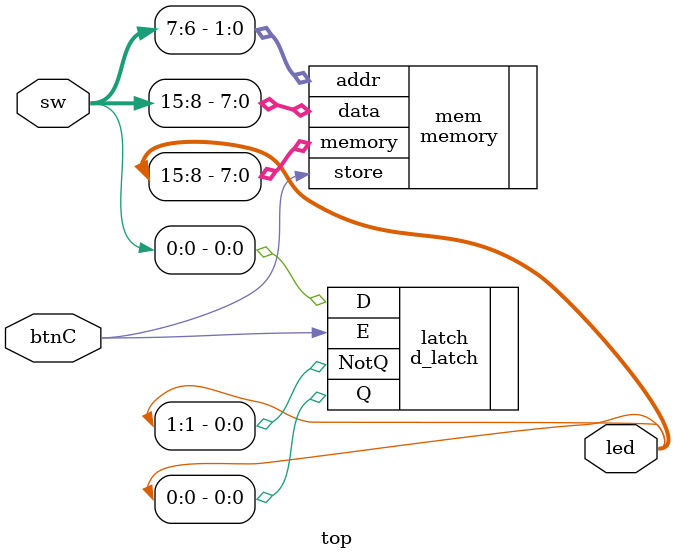
<source format=v>
`timescale 1ns / 1ps


module top (
    input [15:0] sw,
    input btnC,
    output [15:0] led
);

    d_latch latch (
        .D(sw[0]),
        .Q(led[0]),
        .NotQ(led[1]),
        .E(btnC)

);

    memory mem (
        .data(sw[15:8]),
        .addr(sw[7:6]),
        .store(btnC),
        .memory(led[15:8])
    
);

endmodule


</source>
